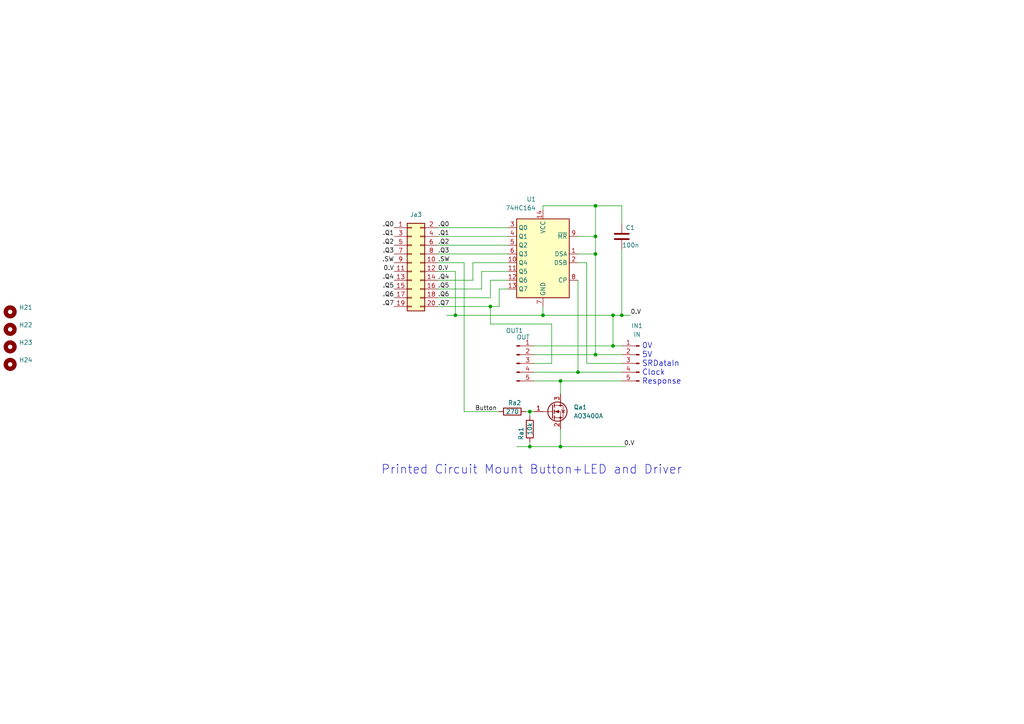
<source format=kicad_sch>
(kicad_sch (version 20211123) (generator eeschema)
  (paper "A4")
  (lib_symbols
    (symbol "74xx:74HC164"
      (property "Reference" "U" (at 1.905 -13.97 0))
      (property "Value" "74HC164" (at 1.905 -16.51 0))
      (symbol "74HC164_0_1"
        (rectangle (start 7.62 10.16) (end -7.62 -12.7) (stroke (width 0.254)) (fill (type background)))
      )
      (symbol "74HC164_1_1"
        (pin input line (at -10.16 0 0) (length 2.54) (name "DSA") (number "1"))
        (pin output line (at 10.16 -2.54 180) (length 2.54) (name "Q4") (number "10"))
        (pin output line (at 10.16 -5.08 180) (length 2.54) (name "Q5") (number "11"))
        (pin output line (at 10.16 -7.62 180) (length 2.54) (name "Q6") (number "12"))
        (pin output line (at 10.16 -10.16 180) (length 2.54) (name "Q7") (number "13"))
        (pin power_in line (at 0 12.7 270) (length 2.54) (name "VCC") (number "14"))
        (pin input line (at -10.16 -2.54 0) (length 2.54) (name "DSB") (number "2"))
        (pin output line (at 10.16 7.62 180) (length 2.54) (name "Q0") (number "3"))
        (pin output line (at 10.16 5.08 180) (length 2.54) (name "Q1") (number "4"))
        (pin output line (at 10.16 2.54 180) (length 2.54) (name "Q2") (number "5"))
        (pin output line (at 10.16 0 180) (length 2.54) (name "Q3") (number "6"))
        (pin power_in line (at 0 -15.24 90) (length 2.54) (name "GND") (number "7"))
        (pin input line (at -10.16 -7.62 0) (length 2.54) (name "CP") (number "8"))
        (pin input line (at -10.16 5.08 0) (length 2.54) (name "~{MR}") (number "9"))
      )
    )
    (symbol "Connector:Conn_01x05_Male" (pin_names (offset 1.016) hide)
      (property "Reference" "J" (at 0 7.62 0))
      (property "Value" "Conn_01x05_Male" (at 0 -7.62 0))
      (symbol "Conn_01x05_Male_1_1"
        (polyline (pts (xy 1.27 -5.08) (xy 0.8636 -5.08)) (stroke (width 0.1524)))
        (polyline (pts (xy 1.27 -2.54) (xy 0.8636 -2.54)) (stroke (width 0.1524)))
        (polyline (pts (xy 1.27 0) (xy 0.8636 0)) (stroke (width 0.1524)))
        (polyline (pts (xy 1.27 2.54) (xy 0.8636 2.54)) (stroke (width 0.1524)))
        (polyline (pts (xy 1.27 5.08) (xy 0.8636 5.08)) (stroke (width 0.1524)))
        (rectangle (start 0.8636 -4.953) (end 0 -5.207) (stroke (width 0.1524)) (fill (type outline)))
        (rectangle (start 0.8636 -2.413) (end 0 -2.667) (stroke (width 0.1524)) (fill (type outline)))
        (rectangle (start 0.8636 0.127) (end 0 -0.127) (stroke (width 0.1524)) (fill (type outline)))
        (rectangle (start 0.8636 2.667) (end 0 2.413) (stroke (width 0.1524)) (fill (type outline)))
        (rectangle (start 0.8636 5.207) (end 0 4.953) (stroke (width 0.1524)) (fill (type outline)))
        (pin passive line (at 5.08 5.08 180) (length 3.81) (name "Pin_1") (number "1"))
        (pin passive line (at 5.08 2.54 180) (length 3.81) (name "Pin_2") (number "2"))
        (pin passive line (at 5.08 0 180) (length 3.81) (name "Pin_3") (number "3"))
        (pin passive line (at 5.08 -2.54 180) (length 3.81) (name "Pin_4") (number "4"))
        (pin passive line (at 5.08 -5.08 180) (length 3.81) (name "Pin_5") (number "5"))
      )
    )
    (symbol "Connector_Generic:Conn_02x10_Odd_Even" (pin_names (offset 1.016) hide)
      (property "Reference" "J" (at 1.27 12.7 0))
      (property "Value" "Conn_02x10_Odd_Even" (at 1.27 -15.24 0))
      (symbol "Conn_02x10_Odd_Even_1_1"
        (rectangle (start -1.27 -12.573) (end 0 -12.827) (stroke (width 0.1524)))
        (rectangle (start -1.27 -10.033) (end 0 -10.287) (stroke (width 0.1524)))
        (rectangle (start -1.27 -7.493) (end 0 -7.747) (stroke (width 0.1524)))
        (rectangle (start -1.27 -4.953) (end 0 -5.207) (stroke (width 0.1524)))
        (rectangle (start -1.27 -2.413) (end 0 -2.667) (stroke (width 0.1524)))
        (rectangle (start -1.27 0.127) (end 0 -0.127) (stroke (width 0.1524)))
        (rectangle (start -1.27 2.667) (end 0 2.413) (stroke (width 0.1524)))
        (rectangle (start -1.27 5.207) (end 0 4.953) (stroke (width 0.1524)))
        (rectangle (start -1.27 7.747) (end 0 7.493) (stroke (width 0.1524)))
        (rectangle (start -1.27 10.287) (end 0 10.033) (stroke (width 0.1524)))
        (rectangle (start -1.27 11.43) (end 3.81 -13.97) (stroke (width 0.254)) (fill (type background)))
        (rectangle (start 3.81 -12.573) (end 2.54 -12.827) (stroke (width 0.1524)))
        (rectangle (start 3.81 -10.033) (end 2.54 -10.287) (stroke (width 0.1524)))
        (rectangle (start 3.81 -7.493) (end 2.54 -7.747) (stroke (width 0.1524)))
        (rectangle (start 3.81 -4.953) (end 2.54 -5.207) (stroke (width 0.1524)))
        (rectangle (start 3.81 -2.413) (end 2.54 -2.667) (stroke (width 0.1524)))
        (rectangle (start 3.81 0.127) (end 2.54 -0.127) (stroke (width 0.1524)))
        (rectangle (start 3.81 2.667) (end 2.54 2.413) (stroke (width 0.1524)))
        (rectangle (start 3.81 5.207) (end 2.54 4.953) (stroke (width 0.1524)))
        (rectangle (start 3.81 7.747) (end 2.54 7.493) (stroke (width 0.1524)))
        (rectangle (start 3.81 10.287) (end 2.54 10.033) (stroke (width 0.1524)))
        (pin passive line (at -5.08 10.16 0) (length 3.81) (name "Pin_1") (number "1"))
        (pin passive line (at 7.62 0 180) (length 3.81) (name "Pin_10") (number "10"))
        (pin passive line (at -5.08 -2.54 0) (length 3.81) (name "Pin_11") (number "11"))
        (pin passive line (at 7.62 -2.54 180) (length 3.81) (name "Pin_12") (number "12"))
        (pin passive line (at -5.08 -5.08 0) (length 3.81) (name "Pin_13") (number "13"))
        (pin passive line (at 7.62 -5.08 180) (length 3.81) (name "Pin_14") (number "14"))
        (pin passive line (at -5.08 -7.62 0) (length 3.81) (name "Pin_15") (number "15"))
        (pin passive line (at 7.62 -7.62 180) (length 3.81) (name "Pin_16") (number "16"))
        (pin passive line (at -5.08 -10.16 0) (length 3.81) (name "Pin_17") (number "17"))
        (pin passive line (at 7.62 -10.16 180) (length 3.81) (name "Pin_18") (number "18"))
        (pin passive line (at -5.08 -12.7 0) (length 3.81) (name "Pin_19") (number "19"))
        (pin passive line (at 7.62 10.16 180) (length 3.81) (name "Pin_2") (number "2"))
        (pin passive line (at 7.62 -12.7 180) (length 3.81) (name "Pin_20") (number "20"))
        (pin passive line (at -5.08 7.62 0) (length 3.81) (name "Pin_3") (number "3"))
        (pin passive line (at 7.62 7.62 180) (length 3.81) (name "Pin_4") (number "4"))
        (pin passive line (at -5.08 5.08 0) (length 3.81) (name "Pin_5") (number "5"))
        (pin passive line (at 7.62 5.08 180) (length 3.81) (name "Pin_6") (number "6"))
        (pin passive line (at -5.08 2.54 0) (length 3.81) (name "Pin_7") (number "7"))
        (pin passive line (at 7.62 2.54 180) (length 3.81) (name "Pin_8") (number "8"))
        (pin passive line (at -5.08 0 0) (length 3.81) (name "Pin_9") (number "9"))
      )
    )
    (symbol "Device:C" (pin_numbers hide) (pin_names (offset 0.254))
      (property "Reference" "C" (at 0.635 2.54 0))
      (property "Value" "C" (at 0.635 -2.54 0))
      (symbol "C_0_1"
        (polyline (pts (xy -2.032 -0.762) (xy 2.032 -0.762)) (stroke (width 0.508)))
        (polyline (pts (xy -2.032 0.762) (xy 2.032 0.762)) (stroke (width 0.508)))
      )
      (symbol "C_1_1"
        (pin passive line (at 0 3.81 270) (length 2.794) (name "~") (number "1"))
        (pin passive line (at 0 -3.81 90) (length 2.794) (name "~") (number "2"))
      )
    )
    (symbol "Device:R" (pin_numbers hide) (pin_names (offset 0))
      (property "Reference" "R" (at 2.032 0 90))
      (property "Value" "R" (at 0 0 90))
      (symbol "R_0_1"
        (rectangle (start -1.016 -2.54) (end 1.016 2.54) (stroke (width 0.254)))
      )
      (symbol "R_1_1"
        (pin passive line (at 0 3.81 270) (length 1.27) (name "~") (number "1"))
        (pin passive line (at 0 -3.81 90) (length 1.27) (name "~") (number "2"))
      )
    )
    (symbol "Mechanical:MountingHole" (pin_names (offset 1.016))
      (property "Reference" "H" (at 0 5.08 0))
      (property "Value" "MountingHole" (at 0 3.175 0))
      (symbol "MountingHole_0_1"
        (circle (center 0 0) (radius 1.27) (stroke (width 1.27)))
      )
    )
    (symbol "Transistor_FET:AO3400A" (pin_names hide)
      (property "Reference" "Q" (at 5.08 1.905 0))
      (property "Value" "AO3400A" (at 5.08 0 0))
      (symbol "AO3400A_0_1"
        (polyline (pts (xy 0.254 0) (xy -2.54 0)))
        (polyline (pts (xy 0.254 1.905) (xy 0.254 -1.905)) (stroke (width 0.254)))
        (polyline (pts (xy 0.762 -1.27) (xy 0.762 -2.286)) (stroke (width 0.254)))
        (polyline (pts (xy 0.762 0.508) (xy 0.762 -0.508)) (stroke (width 0.254)))
        (polyline (pts (xy 0.762 2.286) (xy 0.762 1.27)) (stroke (width 0.254)))
        (polyline (pts (xy 2.54 2.54) (xy 2.54 1.778)))
        (polyline (pts (xy 2.54 -2.54) (xy 2.54 0) (xy 0.762 0)))
        (polyline (pts (xy 0.762 -1.778) (xy 3.302 -1.778) (xy 3.302 1.778) (xy 0.762 1.778)))
        (polyline (pts (xy 1.016 0) (xy 2.032 0.381) (xy 2.032 -0.381) (xy 1.016 0)) (fill (type outline)))
        (polyline (pts (xy 2.794 0.508) (xy 2.921 0.381) (xy 3.683 0.381) (xy 3.81 0.254)))
        (polyline (pts (xy 3.302 0.381) (xy 2.921 -0.254) (xy 3.683 -0.254) (xy 3.302 0.381)))
        (circle (center 1.651 0) (radius 2.794) (stroke (width 0.254)))
        (circle (center 2.54 -1.778) (radius 0.254) (fill (type outline)))
        (circle (center 2.54 1.778) (radius 0.254) (fill (type outline)))
      )
      (symbol "AO3400A_1_1"
        (pin input line (at -5.08 0 0) (length 2.54) (name "G") (number "1"))
        (pin passive line (at 2.54 -5.08 90) (length 2.54) (name "S") (number "2"))
        (pin passive line (at 2.54 5.08 270) (length 2.54) (name "D") (number "3"))
      )
    )
  )
  (junction (at 177.8 100.33))
  (junction (at 153.67 129.54))
  (junction (at 162.56 129.54))
  (junction (at 153.67 119.38))
  (junction (at 172.72 73.66))
  (junction (at 172.72 102.87))
  (junction (at 142.24 88.9))
  (junction (at 132.08 91.44))
  (junction (at 172.72 59.69))
  (junction (at 157.48 91.44))
  (junction (at 172.72 68.58))
  (junction (at 180.34 91.44))
  (junction (at 177.8 91.44))
  (junction (at 162.56 110.49))
  (junction (at 167.64 107.95))
  (wire (pts (xy 139.7 78.74) (xy 147.32 78.74)))
  (wire (pts (xy 132.08 78.74) (xy 132.08 91.44)))
  (wire (pts (xy 153.67 119.38) (xy 152.4 119.38)))
  (wire (pts (xy 142.24 88.9) (xy 142.24 93.98)))
  (wire (pts (xy 134.62 119.38) (xy 144.78 119.38)))
  (wire (pts (xy 147.32 81.28) (xy 142.24 81.28)))
  (wire (pts (xy 154.94 102.87) (xy 172.72 102.87)))
  (wire (pts (xy 180.34 72.39) (xy 180.34 91.44)))
  (wire (pts (xy 167.64 73.66) (xy 172.72 73.66)))
  (wire (pts (xy 157.48 59.69) (xy 172.72 59.69)))
  (wire (pts (xy 170.18 76.2) (xy 170.18 105.41)))
  (wire (pts (xy 172.72 59.69) (xy 172.72 68.58)))
  (wire (pts (xy 139.7 78.74) (xy 139.7 83.82)))
  (wire (pts (xy 132.08 91.44) (xy 129.54 91.44)))
  (wire (pts (xy 154.94 119.38) (xy 153.67 119.38)))
  (wire (pts (xy 134.62 76.2) (xy 134.62 119.38)))
  (wire (pts (xy 167.64 76.2) (xy 170.18 76.2)))
  (wire (pts (xy 157.48 91.44) (xy 132.08 91.44)))
  (wire (pts (xy 142.24 93.98) (xy 160.02 93.98)))
  (wire (pts (xy 162.56 124.46) (xy 162.56 129.54)))
  (wire (pts (xy 182.88 91.44) (xy 180.34 91.44)))
  (wire (pts (xy 160.02 105.41) (xy 154.94 105.41)))
  (wire (pts (xy 153.67 128.27) (xy 153.67 129.54)))
  (wire (pts (xy 167.64 107.95) (xy 180.34 107.95)))
  (wire (pts (xy 127 71.12) (xy 147.32 71.12)))
  (wire (pts (xy 181.61 129.54) (xy 162.56 129.54)))
  (wire (pts (xy 142.24 88.9) (xy 144.78 88.9)))
  (wire (pts (xy 137.16 76.2) (xy 147.32 76.2)))
  (wire (pts (xy 127 68.58) (xy 147.32 68.58)))
  (wire (pts (xy 172.72 102.87) (xy 180.34 102.87)))
  (wire (pts (xy 162.56 110.49) (xy 162.56 114.3)))
  (wire (pts (xy 180.34 91.44) (xy 177.8 91.44)))
  (wire (pts (xy 127 78.74) (xy 132.08 78.74)))
  (wire (pts (xy 180.34 59.69) (xy 180.34 64.77)))
  (wire (pts (xy 127 73.66) (xy 147.32 73.66)))
  (wire (pts (xy 177.8 100.33) (xy 180.34 100.33)))
  (wire (pts (xy 127 88.9) (xy 142.24 88.9)))
  (wire (pts (xy 162.56 110.49) (xy 180.34 110.49)))
  (wire (pts (xy 167.64 81.28) (xy 167.64 107.95)))
  (wire (pts (xy 154.94 110.49) (xy 162.56 110.49)))
  (wire (pts (xy 157.48 60.96) (xy 157.48 59.69)))
  (wire (pts (xy 157.48 88.9) (xy 157.48 91.44)))
  (wire (pts (xy 127 66.04) (xy 147.32 66.04)))
  (wire (pts (xy 142.24 81.28) (xy 142.24 86.36)))
  (wire (pts (xy 160.02 93.98) (xy 160.02 105.41)))
  (wire (pts (xy 162.56 129.54) (xy 153.67 129.54)))
  (wire (pts (xy 144.78 83.82) (xy 147.32 83.82)))
  (wire (pts (xy 144.78 83.82) (xy 144.78 88.9)))
  (wire (pts (xy 153.67 119.38) (xy 153.67 120.65)))
  (wire (pts (xy 154.94 107.95) (xy 167.64 107.95)))
  (wire (pts (xy 137.16 76.2) (xy 137.16 81.28)))
  (wire (pts (xy 127 76.2) (xy 134.62 76.2)))
  (wire (pts (xy 172.72 73.66) (xy 172.72 102.87)))
  (wire (pts (xy 127 81.28) (xy 137.16 81.28)))
  (wire (pts (xy 127 86.36) (xy 142.24 86.36)))
  (wire (pts (xy 177.8 91.44) (xy 157.48 91.44)))
  (wire (pts (xy 153.67 129.54) (xy 149.86 129.54)))
  (wire (pts (xy 170.18 105.41) (xy 180.34 105.41)))
  (wire (pts (xy 172.72 68.58) (xy 172.72 73.66)))
  (wire (pts (xy 167.64 68.58) (xy 172.72 68.58)))
  (wire (pts (xy 127 83.82) (xy 139.7 83.82)))
  (wire (pts (xy 154.94 100.33) (xy 177.8 100.33)))
  (wire (pts (xy 172.72 59.69) (xy 180.34 59.69)))
  (wire (pts (xy 177.8 91.44) (xy 177.8 100.33)))
  (text "Printed Circuit Mount Button+LED and Driver" (at 110.49 137.795 0) (effects (font (size 2.54 2.54)) (justify left bottom)))
  (text "0V\n5V\nSRDataIn\nClock\nResponse" (at 186.182 111.633 0) (effects (font (size 1.6 1.6)) (justify left bottom)))
  (label "0.V" (at 180.975 129.54 0))
  (label ".Q5" (at 127 83.82 0))
  (label ".SW" (at 114.3 76.2 180))
  (label ".Q4" (at 114.3 81.28 180))
  (label ".SW" (at 127 76.2 0))
  (label "0.V" (at 182.88 91.44 0))
  (label ".Q7" (at 114.3 88.9 180))
  (label ".Q0" (at 127 66.04 0))
  (label ".Q5" (at 114.3 83.82 180))
  (label "0.V" (at 127 78.74 0))
  (label ".Q4" (at 127 81.28 0))
  (label ".Q0" (at 114.3 66.04 180))
  (label ".Q6" (at 127 86.36 0))
  (label ".Q1" (at 114.3 68.58 180))
  (label ".Q6" (at 114.3 86.36 180))
  (label ".Q2" (at 127 71.12 0))
  (label ".Q7" (at 127 88.9 0))
  (label ".Q2" (at 114.3 71.12 180))
  (label ".Q3" (at 114.3 73.66 180))
  (label ".Q1" (at 127 68.58 0))
  (label "0.V" (at 114.3 78.74 180))
  (label ".Q3" (at 127 73.66 0))
  (label "Button" (at 144.145 119.38 180))
  (symbol (lib_id "Connector:Conn_01x05_Male") (at 185.42 105.41 0) (mirror y) (unit 1)
    (property "Reference" "IN1" (at 184.785 94.488 0))
    (property "Value" "IN" (at 184.785 97.028 0))
    (property "Footprint" "Connector_PinHeader_2.54mm:PinHeader_1x05_P2.54mm_Vertical" (effects hide))
  )
  (symbol (lib_id "Device:R") (at 148.59 119.38 270) (mirror x) (unit 1)
    (property "Reference" "Ra2" (at 147.32 116.84 90) (effects (justify left)))
    (property "Value" "270" (at 146.685 119.38 90) (effects (justify left)))
    (property "Footprint" "Resistor_SMD:R_0805_2012Metric_Pad1.20x1.40mm_HandSolder" (effects hide))
  )
  (symbol (lib_id "Connector_Generic:Conn_02x10_Odd_Even") (at 119.38 76.2 0) (unit 1)
    (property "Reference" "Ja3" (at 120.65 62.23 0))
    (property "Value" "Conn_02x10_Odd_Even" (effects hide))
    (property "Footprint" "Connector_PinHeader_2.54mm:PinHeader_2x10_P2.54mm_Vertical" (effects hide))
  )
  (symbol (lib_id "Mechanical:MountingHole") (at 2.9464 95.5294 0) (unit 1)
    (property "Reference" "H22" (at 5.4864 94.2593 0) (effects (justify left)))
    (property "Value" "MountingHole" (effects hide))
    (property "Footprint" "MountingHole:MountingHole_3.2mm_M3" (effects hide))
  )
  (symbol (lib_id "Transistor_FET:AO3400A") (at 160.02 119.38 0) (unit 1)
    (property "Reference" "Qa1" (at 166.37 118.1099 0) (effects (justify left)))
    (property "Value" "AO3400A" (at 166.37 120.6499 0) (effects (justify left)))
    (property "Footprint" "Package_TO_SOT_SMD:SOT-23" (effects hide))
    (property "Datasheet" "http://www.aosmd.com/pdfs/datasheet/AO3400A.pdf" (effects hide))
  )
  (symbol (lib_id "74xx:74HC164") (at 157.48 73.66 0) (mirror y) (unit 1)
    (property "Reference" "U1" (at 155.4606 57.785 0) (effects (justify left)))
    (property "Value" "74HC164" (at 155.4606 60.325 0) (effects (justify left)))
    (property "Footprint" "Package_DIP:DIP-14_W7.62mm_LongPads" (effects hide))
    (property "Datasheet" "https://assets.nexperia.com/documents/data-sheet/74HC_HCT164.pdf" (effects hide))
  )
  (symbol (lib_id "Mechanical:MountingHole") (at 2.9464 90.4494 0) (unit 1)
    (property "Reference" "H21" (at 5.4864 89.1793 0) (effects (justify left)))
    (property "Value" "MountingHole" (effects hide))
    (property "Footprint" "MountingHole:MountingHole_3.2mm_M3" (effects hide))
  )
  (symbol (lib_id "Device:C") (at 180.34 68.58 0) (mirror y) (unit 1)
    (property "Reference" "C1" (at 184.15 66.04 0) (effects (justify left)))
    (property "Value" "100n" (at 185.42 71.12 0) (effects (justify left)))
    (property "Footprint" "Capacitor_SMD:C_0805_2012Metric_Pad1.18x1.45mm_HandSolder" (effects hide))
  )
  (symbol (lib_id "Mechanical:MountingHole") (at 2.9464 105.6894 0) (unit 1)
    (property "Reference" "H24" (at 5.4864 104.4193 0) (effects (justify left)))
    (property "Value" "MountingHole" (effects hide))
    (property "Footprint" "MountingHole:MountingHole_3.2mm_M3" (effects hide))
  )
  (symbol (lib_id "Mechanical:MountingHole") (at 2.9464 100.6094 0) (unit 1)
    (property "Reference" "H23" (at 5.4864 99.3393 0) (effects (justify left)))
    (property "Value" "MountingHole" (effects hide))
    (property "Footprint" "MountingHole:MountingHole_3.2mm_M3" (effects hide))
  )
  (symbol (lib_id "Connector:Conn_01x05_Male") (at 149.86 105.41 0) (unit 1)
    (property "Reference" "OUT1" (at 151.765 95.885 0) (effects (justify right)))
    (property "Value" "OUT" (at 153.67 97.79 0) (effects (justify right)))
    (property "Footprint" "Connector_PinHeader_2.54mm:PinHeader_1x05_P2.54mm_Vertical" (effects hide))
  )
  (symbol (lib_id "Device:R") (at 153.67 124.46 0) (mirror x) (unit 1)
    (property "Reference" "Ra1" (at 151.13 123.825 90) (effects (justify left)))
    (property "Value" "10k" (at 153.67 122.555 90) (effects (justify left)))
    (property "Footprint" "Resistor_SMD:R_0805_2012Metric_Pad1.20x1.40mm_HandSolder" (effects hide))
  )
)
</source>
